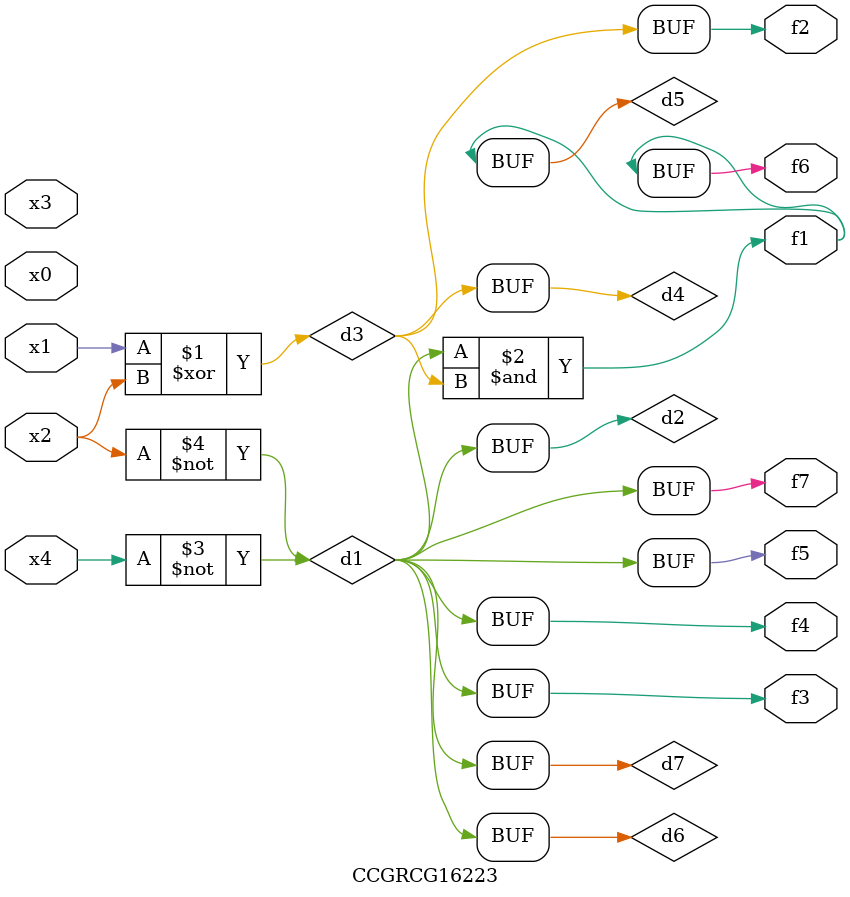
<source format=v>
module CCGRCG16223(
	input x0, x1, x2, x3, x4,
	output f1, f2, f3, f4, f5, f6, f7
);

	wire d1, d2, d3, d4, d5, d6, d7;

	not (d1, x4);
	not (d2, x2);
	xor (d3, x1, x2);
	buf (d4, d3);
	and (d5, d1, d3);
	buf (d6, d1, d2);
	buf (d7, d2);
	assign f1 = d5;
	assign f2 = d4;
	assign f3 = d7;
	assign f4 = d7;
	assign f5 = d7;
	assign f6 = d5;
	assign f7 = d7;
endmodule

</source>
